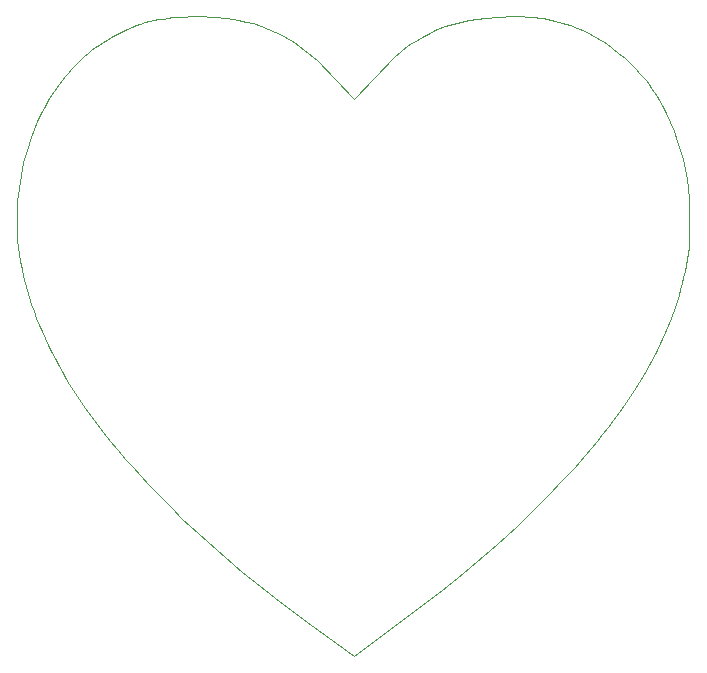
<source format=gbr>
G04 #@! TF.FileFunction,Profile,NP*
%FSLAX46Y46*%
G04 Gerber Fmt 4.6, Leading zero omitted, Abs format (unit mm)*
G04 Created by KiCad (PCBNEW 4.0.2-stable) date 14.06.2016 13:49:58*
%MOMM*%
G01*
G04 APERTURE LIST*
%ADD10C,0.100000*%
G04 APERTURE END LIST*
D10*
X130042295Y-74707171D02*
X130439170Y-74668586D01*
X129648176Y-74756781D02*
X130042295Y-74707171D01*
X129256813Y-74820170D02*
X129648176Y-74756781D01*
X128868206Y-74900097D02*
X129256813Y-74820170D01*
X128485112Y-74991047D02*
X128868206Y-74900097D01*
X128104773Y-75093022D02*
X128485112Y-74991047D01*
X127727191Y-75208777D02*
X128104773Y-75093022D01*
X127352364Y-75335557D02*
X127727191Y-75208777D01*
X126985806Y-75476117D02*
X127352364Y-75335557D01*
X126619248Y-75624945D02*
X126985806Y-75476117D01*
X126260958Y-75787553D02*
X126619248Y-75624945D01*
X125905424Y-75961186D02*
X126260958Y-75787553D01*
X125555403Y-76143087D02*
X125905424Y-75961186D01*
X125210893Y-76338768D02*
X125555403Y-76143087D01*
X124871896Y-76542718D02*
X125210893Y-76338768D01*
X124538410Y-76754936D02*
X124871896Y-76542718D01*
X124210437Y-76978178D02*
X124538410Y-76754936D01*
X123890732Y-77209689D02*
X124210437Y-76978178D01*
X123573784Y-77452223D02*
X123890732Y-77209689D01*
X123267859Y-77700270D02*
X123573784Y-77452223D01*
X122964691Y-77959341D02*
X123267859Y-77700270D01*
X122669791Y-78223925D02*
X122964691Y-77959341D01*
X122383159Y-78496776D02*
X122669791Y-78223925D01*
X122104795Y-78777896D02*
X122383159Y-78496776D01*
X121831943Y-79064528D02*
X122104795Y-78777896D01*
X121567360Y-79359428D02*
X121831943Y-79064528D01*
X121311045Y-79659841D02*
X121567360Y-79359428D01*
X121065754Y-79968521D02*
X121311045Y-79659841D01*
X120825975Y-80282714D02*
X121065754Y-79968521D01*
X120398784Y-80880782D02*
X120825975Y-80282714D01*
X120004665Y-81498143D02*
X120398784Y-80880782D01*
X119635350Y-82132041D02*
X120004665Y-81498143D01*
X119299109Y-82779719D02*
X119635350Y-82132041D01*
X118987673Y-83443933D02*
X119299109Y-82779719D01*
X118703797Y-84119172D02*
X118987673Y-83443933D01*
X118447482Y-84805435D02*
X118703797Y-84119172D01*
X118113996Y-85849988D02*
X118447482Y-84805435D01*
X117835633Y-86916590D02*
X118113996Y-85849988D01*
X117612390Y-87994216D02*
X117835633Y-86916590D01*
X117441514Y-89080110D02*
X117612390Y-87994216D01*
X117323002Y-90174272D02*
X117441514Y-89080110D01*
X117323002Y-93456759D02*
X117323002Y-90174272D01*
X117391904Y-94079632D02*
X117323002Y-93456759D01*
X117474587Y-94699749D02*
X117391904Y-94079632D01*
X117576561Y-95317110D02*
X117474587Y-94699749D01*
X117692317Y-95928959D02*
X117576561Y-95317110D01*
X117824608Y-96538052D02*
X117692317Y-95928959D01*
X117970680Y-97141633D02*
X117824608Y-96538052D01*
X118133289Y-97739702D02*
X117970680Y-97141633D01*
X118309678Y-98337770D02*
X118133289Y-97739702D01*
X118499847Y-98927571D02*
X118309678Y-98337770D01*
X118703797Y-99514615D02*
X118499847Y-98927571D01*
X118918771Y-100096147D02*
X118703797Y-99514615D01*
X119147525Y-100674923D02*
X118918771Y-100096147D01*
X119390060Y-101248187D02*
X119147525Y-100674923D01*
X119643619Y-101815939D02*
X119390060Y-101248187D01*
X119908202Y-102380934D02*
X119643619Y-101815939D01*
X120181054Y-102939729D02*
X119908202Y-102380934D01*
X120467686Y-103494389D02*
X120181054Y-102939729D01*
X120765342Y-104042159D02*
X120467686Y-103494389D01*
X121068510Y-104585795D02*
X120765342Y-104042159D01*
X121385459Y-105125986D02*
X121068510Y-104585795D01*
X121707920Y-105660665D02*
X121385459Y-105125986D01*
X122380403Y-106713486D02*
X121707920Y-105660665D01*
X123080446Y-107744259D02*
X122380403Y-106713486D01*
X123810806Y-108752983D02*
X123080446Y-107744259D01*
X124563215Y-109739658D02*
X123810806Y-108752983D01*
X125180576Y-110511360D02*
X124563215Y-109739658D01*
X125811718Y-111272037D02*
X125180576Y-110511360D01*
X126453883Y-112021689D02*
X125811718Y-111272037D01*
X127104317Y-112760318D02*
X126453883Y-112021689D01*
X127765776Y-113493434D02*
X127104317Y-112760318D01*
X128438258Y-114215526D02*
X127765776Y-113493434D01*
X129119009Y-114926594D02*
X128438258Y-114215526D01*
X129808028Y-115626637D02*
X129119009Y-114926594D01*
X130505316Y-116321169D02*
X129808028Y-115626637D01*
X131213627Y-117010188D02*
X130505316Y-116321169D01*
X131927451Y-117688183D02*
X131213627Y-117010188D01*
X132649543Y-118355153D02*
X131927451Y-117688183D01*
X133379903Y-119016611D02*
X132649543Y-118355153D01*
X134862673Y-120322992D02*
X133379903Y-119016611D01*
X136367490Y-121596299D02*
X134862673Y-120322992D01*
X137897113Y-122842045D02*
X136367490Y-121596299D01*
X139446028Y-124065743D02*
X137897113Y-122842045D01*
X141799717Y-125862705D02*
X139446028Y-124065743D01*
X145785003Y-128762097D02*
X141799717Y-125862705D01*
X153281531Y-123161750D02*
X145785003Y-128762097D01*
X155045420Y-121717566D02*
X153281531Y-123161750D01*
X157928276Y-119242610D02*
X155045420Y-121717566D01*
X159614995Y-117704719D02*
X157928276Y-119242610D01*
X161263128Y-116128243D02*
X159614995Y-117704719D01*
X162337998Y-115053374D02*
X161263128Y-116128243D01*
X163385307Y-113950943D02*
X162337998Y-115053374D01*
X164410567Y-112831976D02*
X163385307Y-113950943D01*
X165413779Y-111690960D02*
X164410567Y-112831976D01*
X166383918Y-110522384D02*
X165413779Y-111690960D01*
X166857963Y-109927071D02*
X166383918Y-110522384D01*
X167320984Y-109326247D02*
X166857963Y-109927071D01*
X167778493Y-108719910D02*
X167320984Y-109326247D01*
X168230489Y-108102549D02*
X167778493Y-108719910D01*
X168671462Y-107479676D02*
X168230489Y-108102549D01*
X169536870Y-106178808D02*
X168671462Y-107479676D01*
X170352668Y-104839354D02*
X169536870Y-106178808D01*
X170865298Y-103927782D02*
X170352668Y-104839354D01*
X171355880Y-103001740D02*
X170865298Y-103927782D01*
X171813389Y-102061229D02*
X171355880Y-103001740D01*
X172237824Y-101107627D02*
X171813389Y-102061229D01*
X172634699Y-100137488D02*
X172237824Y-101107627D01*
X172987477Y-99159081D02*
X172634699Y-100137488D01*
X173152842Y-98662987D02*
X172987477Y-99159081D01*
X173307182Y-98164137D02*
X173152842Y-98662987D01*
X173450498Y-97665288D02*
X173307182Y-98164137D01*
X173588302Y-97160926D02*
X173450498Y-97665288D01*
X173709569Y-96653808D02*
X173588302Y-97160926D01*
X173825324Y-96143933D02*
X173709569Y-96653808D01*
X173924543Y-95631303D02*
X173825324Y-96143933D01*
X174012738Y-95115917D02*
X173924543Y-95631303D01*
X174095420Y-94597775D02*
X174012738Y-95115917D01*
X174161566Y-94079632D02*
X174095420Y-94597775D01*
X174211175Y-93555978D02*
X174161566Y-94079632D01*
X174211175Y-89953786D02*
X174211175Y-93555978D01*
X174122981Y-89132475D02*
X174211175Y-89953786D01*
X174001713Y-88311164D02*
X174122981Y-89132475D01*
X173852885Y-87495366D02*
X174001713Y-88311164D01*
X173670984Y-86685079D02*
X173852885Y-87495366D01*
X173456010Y-85880305D02*
X173670984Y-86685079D01*
X173207963Y-85086555D02*
X173456010Y-85880305D01*
X172926843Y-84306585D02*
X173207963Y-85086555D01*
X172612651Y-83540396D02*
X172926843Y-84306585D01*
X172259873Y-82787987D02*
X172612651Y-83540396D01*
X172072460Y-82418673D02*
X172259873Y-82787987D01*
X171879534Y-82054871D02*
X172072460Y-82418673D01*
X171670073Y-81696581D02*
X171879534Y-82054871D01*
X171455099Y-81343803D02*
X171670073Y-81696581D01*
X171234613Y-80996538D02*
X171455099Y-81343803D01*
X170997590Y-80652028D02*
X171234613Y-80996538D01*
X170755055Y-80318543D02*
X170997590Y-80652028D01*
X170501496Y-79987814D02*
X170755055Y-80318543D01*
X170242425Y-79665353D02*
X170501496Y-79987814D01*
X169972330Y-79348404D02*
X170242425Y-79665353D01*
X169691210Y-79039723D02*
X169972330Y-79348404D01*
X169222677Y-78551898D02*
X169691210Y-79039723D01*
X168726583Y-78083365D02*
X169222677Y-78551898D01*
X168213953Y-77639637D02*
X168726583Y-78083365D01*
X167679274Y-77220713D02*
X168213953Y-77639637D01*
X167122547Y-76826594D02*
X167679274Y-77220713D01*
X166549283Y-76460036D02*
X167122547Y-76826594D01*
X165959482Y-76123795D02*
X166549283Y-76460036D01*
X165353146Y-75817870D02*
X165959482Y-76123795D01*
X164730272Y-75542262D02*
X165353146Y-75817870D01*
X164096375Y-75302484D02*
X164730272Y-75542262D01*
X163451453Y-75095778D02*
X164096375Y-75302484D01*
X162795507Y-74924901D02*
X163451453Y-75095778D01*
X162128536Y-74792610D02*
X162795507Y-74924901D01*
X161792295Y-74740244D02*
X162128536Y-74792610D01*
X161450541Y-74698903D02*
X161792295Y-74740244D01*
X161114300Y-74668586D02*
X161450541Y-74698903D01*
X159366948Y-74580392D02*
X161114300Y-74668586D01*
X157966861Y-74599684D02*
X159366948Y-74580392D01*
X156914040Y-74682367D02*
X157966861Y-74599684D01*
X156219508Y-74767805D02*
X156914040Y-74682367D01*
X155530489Y-74883560D02*
X156219508Y-74767805D01*
X154846982Y-75029632D02*
X155530489Y-74883560D01*
X154168988Y-75208777D02*
X154846982Y-75029632D01*
X153507529Y-75423751D02*
X154168988Y-75208777D01*
X152857095Y-75671798D02*
X153507529Y-75423751D01*
X152531878Y-75809602D02*
X152857095Y-75671798D01*
X152217686Y-75958430D02*
X152531878Y-75809602D01*
X151903493Y-76118282D02*
X152217686Y-75958430D01*
X151594812Y-76286403D02*
X151903493Y-76118282D01*
X151291644Y-76465548D02*
X151594812Y-76286403D01*
X150415212Y-77033300D02*
X151291644Y-76465548D01*
X149191514Y-77997926D02*
X150415212Y-77033300D01*
X145785003Y-81569801D02*
X149191514Y-77997926D01*
X142698198Y-78284558D02*
X145785003Y-81569801D01*
X141623328Y-77383321D02*
X142698198Y-78284558D01*
X140705554Y-76732887D02*
X141623328Y-77383321D01*
X139977950Y-76297427D02*
X140705554Y-76732887D01*
X139729903Y-76165136D02*
X139977950Y-76297427D01*
X139137347Y-75864723D02*
X139729903Y-76165136D01*
X138533766Y-75602896D02*
X139137347Y-75864723D01*
X137919161Y-75374142D02*
X138533766Y-75602896D01*
X137293532Y-75178460D02*
X137919161Y-75374142D01*
X136659634Y-75013096D02*
X137293532Y-75178460D01*
X136017469Y-74878048D02*
X136659634Y-75013096D01*
X135041817Y-74726464D02*
X136017469Y-74878048D01*
X134057898Y-74630001D02*
X135041817Y-74726464D01*
X132737738Y-74580392D02*
X134057898Y-74630001D01*
X130764387Y-74643782D02*
X132737738Y-74580392D01*
X130439170Y-74668586D02*
X130764387Y-74643782D01*
M02*

</source>
